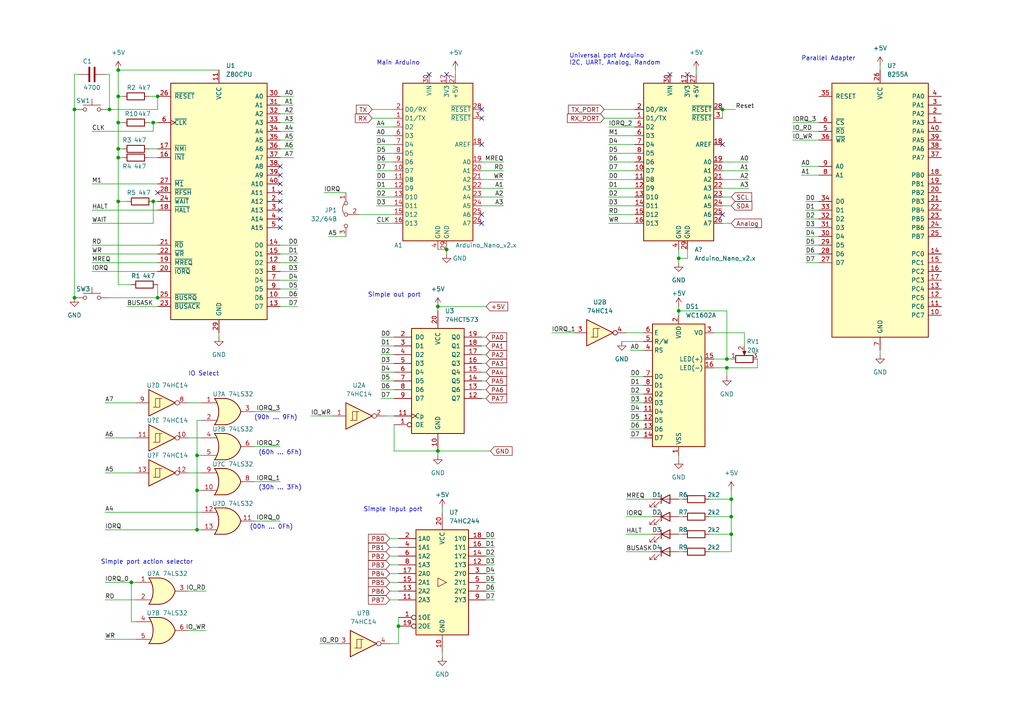
<source format=kicad_sch>
(kicad_sch (version 20211123) (generator eeschema)
  (paper "A4")
  (title_block (title "Z80 Arduino Minimal 32/64 B"))
  (lib_symbols
    (symbol "74xx:74HC14" (pin_names (offset 1.016))
      (property "Reference" "U" (at 0 1.27 0))
      (property "Value" "74HC14" (at 0 -1.27 0))
      (symbol "74HC14_1_0"
        (pin input line (at -7.62 0 0) (length 3.81) (name "~") (number "1"))
        (pin output inverted (at 7.62 0 180) (length 3.81) (name "~") (number "2"))
      )
      (symbol "74HC14_2_0"
        (pin input line (at -7.62 0 0) (length 3.81) (name "~") (number "3"))
        (pin output inverted (at 7.62 0 180) (length 3.81) (name "~") (number "4"))
      )
      (symbol "74HC14_3_0"
        (pin input line (at -7.62 0 0) (length 3.81) (name "~") (number "5"))
        (pin output inverted (at 7.62 0 180) (length 3.81) (name "~") (number "6"))
      )
      (symbol "74HC14_4_0"
        (pin output inverted (at 7.62 0 180) (length 3.81) (name "~") (number "8"))
        (pin input line (at -7.62 0 0) (length 3.81) (name "~") (number "9"))
      )
      (symbol "74HC14_5_0"
        (pin output inverted (at 7.62 0 180) (length 3.81) (name "~") (number "10"))
        (pin input line (at -7.62 0 0) (length 3.81) (name "~") (number "11"))
      )
      (symbol "74HC14_6_0"
        (pin output inverted (at 7.62 0 180) (length 3.81) (name "~") (number "12"))
        (pin input line (at -7.62 0 0) (length 3.81) (name "~") (number "13"))
      )
      (symbol "74HC14_7_0"
        (pin power_in line (at 0 12.7 270) (length 5.08) (name "VCC") (number "14"))
        (pin power_in line (at 0 -12.7 90) (length 5.08) (name "GND") (number "7"))
      )
    )
    (symbol "74xx:74HC244"
      (property "Reference" "U" (at -7.62 16.51 0))
      (property "Value" "74HC244" (at -7.62 -16.51 0))
      (symbol "74HC244_1_0"
        (pin input inverted (at -12.7 -10.16 0) (length 5.08) (name "1OE") (number "1"))
        (pin power_in line (at 0 -20.32 90) (length 5.08) (name "GND") (number "10"))
        (pin input line (at -12.7 -5.08 0) (length 5.08) (name "2A3") (number "11"))
        (pin tri_state line (at 12.7 5.08 180) (length 5.08) (name "1Y3") (number "12"))
        (pin input line (at -12.7 -2.54 0) (length 5.08) (name "2A2") (number "13"))
        (pin tri_state line (at 12.7 7.62 180) (length 5.08) (name "1Y2") (number "14"))
        (pin input line (at -12.7 0 0) (length 5.08) (name "2A1") (number "15"))
        (pin tri_state line (at 12.7 10.16 180) (length 5.08) (name "1Y1") (number "16"))
        (pin input line (at -12.7 2.54 0) (length 5.08) (name "2A0") (number "17"))
        (pin tri_state line (at 12.7 12.7 180) (length 5.08) (name "1Y0") (number "18"))
        (pin input inverted (at -12.7 -12.7 0) (length 5.08) (name "2OE") (number "19"))
        (pin input line (at -12.7 12.7 0) (length 5.08) (name "1A0") (number "2"))
        (pin power_in line (at 0 20.32 270) (length 5.08) (name "VCC") (number "20"))
        (pin tri_state line (at 12.7 2.54 180) (length 5.08) (name "2Y0") (number "3"))
        (pin input line (at -12.7 10.16 0) (length 5.08) (name "1A1") (number "4"))
        (pin tri_state line (at 12.7 0 180) (length 5.08) (name "2Y1") (number "5"))
        (pin input line (at -12.7 7.62 0) (length 5.08) (name "1A2") (number "6"))
        (pin tri_state line (at 12.7 -2.54 180) (length 5.08) (name "2Y2") (number "7"))
        (pin input line (at -12.7 5.08 0) (length 5.08) (name "1A3") (number "8"))
        (pin tri_state line (at 12.7 -5.08 180) (length 5.08) (name "2Y3") (number "9"))
      )
    )
    (symbol "74xx:74HCT574" (pin_names (offset 1.016))
      (property "Reference" "U" (at -7.62 16.51 0))
      (property "Value" "74HCT574" (at -7.62 -16.51 0))
      (symbol "74HCT574_1_0"
        (pin input inverted (at -12.7 -12.7 0) (length 5.08) (name "OE") (number "1"))
        (pin power_in line (at 0 -20.32 90) (length 5.08) (name "GND") (number "10"))
        (pin input clock (at -12.7 -10.16 0) (length 5.08) (name "Cp") (number "11"))
        (pin tri_state line (at 12.7 -5.08 180) (length 5.08) (name "Q7") (number "12"))
        (pin tri_state line (at 12.7 -2.54 180) (length 5.08) (name "Q6") (number "13"))
        (pin tri_state line (at 12.7 0 180) (length 5.08) (name "Q5") (number "14"))
        (pin tri_state line (at 12.7 2.54 180) (length 5.08) (name "Q4") (number "15"))
        (pin tri_state line (at 12.7 5.08 180) (length 5.08) (name "Q3") (number "16"))
        (pin tri_state line (at 12.7 7.62 180) (length 5.08) (name "Q2") (number "17"))
        (pin tri_state line (at 12.7 10.16 180) (length 5.08) (name "Q1") (number "18"))
        (pin tri_state line (at 12.7 12.7 180) (length 5.08) (name "Q0") (number "19"))
        (pin input line (at -12.7 12.7 0) (length 5.08) (name "D0") (number "2"))
        (pin power_in line (at 0 20.32 270) (length 5.08) (name "VCC") (number "20"))
        (pin input line (at -12.7 10.16 0) (length 5.08) (name "D1") (number "3"))
        (pin input line (at -12.7 7.62 0) (length 5.08) (name "D2") (number "4"))
        (pin input line (at -12.7 5.08 0) (length 5.08) (name "D3") (number "5"))
        (pin input line (at -12.7 2.54 0) (length 5.08) (name "D4") (number "6"))
        (pin input line (at -12.7 0 0) (length 5.08) (name "D5") (number "7"))
        (pin input line (at -12.7 -2.54 0) (length 5.08) (name "D6") (number "8"))
        (pin input line (at -12.7 -5.08 0) (length 5.08) (name "D7") (number "9"))
      )
    )
    (symbol "74xx:74LS32" (pin_names (offset 1.016))
      (property "Reference" "U" (at 0 1.27 0))
      (property "Value" "74LS32" (at 0 -1.27 0))
      (symbol "74LS32_1_1"
        (pin input line (at -7.62 2.54 0) (length 4.318) (name "~") (number "1"))
        (pin input line (at -7.62 -2.54 0) (length 4.318) (name "~") (number "2"))
        (pin output line (at 7.62 0 180) (length 3.81) (name "~") (number "3"))
      )
      (symbol "74LS32_1_2"
        (pin input inverted (at -7.62 2.54 0) (length 3.81) (name "~") (number "1"))
        (pin input inverted (at -7.62 -2.54 0) (length 3.81) (name "~") (number "2"))
        (pin output inverted (at 7.62 0 180) (length 3.81) (name "~") (number "3"))
      )
      (symbol "74LS32_2_1"
        (pin input line (at -7.62 2.54 0) (length 4.318) (name "~") (number "4"))
        (pin input line (at -7.62 -2.54 0) (length 4.318) (name "~") (number "5"))
        (pin output line (at 7.62 0 180) (length 3.81) (name "~") (number "6"))
      )
      (symbol "74LS32_2_2"
        (pin input inverted (at -7.62 2.54 0) (length 3.81) (name "~") (number "4"))
        (pin input inverted (at -7.62 -2.54 0) (length 3.81) (name "~") (number "5"))
        (pin output inverted (at 7.62 0 180) (length 3.81) (name "~") (number "6"))
      )
      (symbol "74LS32_3_1"
        (pin input line (at -7.62 -2.54 0) (length 4.318) (name "~") (number "10"))
        (pin output line (at 7.62 0 180) (length 3.81) (name "~") (number "8"))
        (pin input line (at -7.62 2.54 0) (length 4.318) (name "~") (number "9"))
      )
      (symbol "74LS32_3_2"
        (pin input inverted (at -7.62 -2.54 0) (length 3.81) (name "~") (number "10"))
        (pin output inverted (at 7.62 0 180) (length 3.81) (name "~") (number "8"))
        (pin input inverted (at -7.62 2.54 0) (length 3.81) (name "~") (number "9"))
      )
      (symbol "74LS32_4_1"
        (pin output line (at 7.62 0 180) (length 3.81) (name "~") (number "11"))
        (pin input line (at -7.62 2.54 0) (length 4.318) (name "~") (number "12"))
        (pin input line (at -7.62 -2.54 0) (length 4.318) (name "~") (number "13"))
      )
      (symbol "74LS32_4_2"
        (pin output inverted (at 7.62 0 180) (length 3.81) (name "~") (number "11"))
        (pin input inverted (at -7.62 2.54 0) (length 3.81) (name "~") (number "12"))
        (pin input inverted (at -7.62 -2.54 0) (length 3.81) (name "~") (number "13"))
      )
      (symbol "74LS32_5_0"
        (pin power_in line (at 0 12.7 270) (length 5.08) (name "VCC") (number "14"))
        (pin power_in line (at 0 -12.7 90) (length 5.08) (name "GND") (number "7"))
      )
    )
    (symbol "CPU:Z80CPU" (pin_names (offset 1.016))
      (property "Reference" "U" (at -13.97 35.56 0))
      (property "Value" "Z80CPU" (at 6.35 35.56 0))
      (symbol "Z80CPU_1_1"
        (pin output line (at 17.78 2.54 180) (length 3.81) (name "A11") (number "1"))
        (pin bidirectional line (at 17.78 -27.94 180) (length 3.81) (name "D6") (number "10"))
        (pin power_in line (at 0 38.1 270) (length 3.81) (name "VCC") (number "11"))
        (pin bidirectional line (at 17.78 -17.78 180) (length 3.81) (name "D2") (number "12"))
        (pin bidirectional line (at 17.78 -30.48 180) (length 3.81) (name "D7") (number "13"))
        (pin bidirectional line (at 17.78 -12.7 180) (length 3.81) (name "D0") (number "14"))
        (pin bidirectional line (at 17.78 -15.24 180) (length 3.81) (name "D1") (number "15"))
        (pin input line (at -17.78 12.7 0) (length 3.81) (name "~{INT}") (number "16"))
        (pin input line (at -17.78 15.24 0) (length 3.81) (name "~{NMI}") (number "17"))
        (pin output line (at -17.78 -2.54 0) (length 3.81) (name "~{HALT}") (number "18"))
        (pin output line (at -17.78 -17.78 0) (length 3.81) (name "~{MREQ}") (number "19"))
        (pin output line (at 17.78 0 180) (length 3.81) (name "A12") (number "2"))
        (pin output line (at -17.78 -20.32 0) (length 3.81) (name "~{IORQ}") (number "20"))
        (pin output line (at -17.78 -12.7 0) (length 3.81) (name "~{RD}") (number "21"))
        (pin output line (at -17.78 -15.24 0) (length 3.81) (name "~{WR}") (number "22"))
        (pin output line (at -17.78 -30.48 0) (length 3.81) (name "~{BUSACK}") (number "23"))
        (pin input line (at -17.78 0 0) (length 3.81) (name "~{WAIT}") (number "24"))
        (pin input line (at -17.78 -27.94 0) (length 3.81) (name "~{BUSRQ}") (number "25"))
        (pin input line (at -17.78 30.48 0) (length 3.81) (name "~{RESET}") (number "26"))
        (pin output line (at -17.78 5.08 0) (length 3.81) (name "~{M1}") (number "27"))
        (pin output line (at -17.78 2.54 0) (length 3.81) (name "~{RFSH}") (number "28"))
        (pin power_in line (at 0 -38.1 90) (length 3.81) (name "GND") (number "29"))
        (pin output line (at 17.78 -2.54 180) (length 3.81) (name "A13") (number "3"))
        (pin output line (at 17.78 30.48 180) (length 3.81) (name "A0") (number "30"))
        (pin output line (at 17.78 27.94 180) (length 3.81) (name "A1") (number "31"))
        (pin output line (at 17.78 25.4 180) (length 3.81) (name "A2") (number "32"))
        (pin output line (at 17.78 22.86 180) (length 3.81) (name "A3") (number "33"))
        (pin output line (at 17.78 20.32 180) (length 3.81) (name "A4") (number "34"))
        (pin output line (at 17.78 17.78 180) (length 3.81) (name "A5") (number "35"))
        (pin output line (at 17.78 15.24 180) (length 3.81) (name "A6") (number "36"))
        (pin output line (at 17.78 12.7 180) (length 3.81) (name "A7") (number "37"))
        (pin output line (at 17.78 10.16 180) (length 3.81) (name "A8") (number "38"))
        (pin output line (at 17.78 7.62 180) (length 3.81) (name "A9") (number "39"))
        (pin output line (at 17.78 -5.08 180) (length 3.81) (name "A14") (number "4"))
        (pin output line (at 17.78 5.08 180) (length 3.81) (name "A10") (number "40"))
        (pin output line (at 17.78 -7.62 180) (length 3.81) (name "A15") (number "5"))
        (pin input clock (at -17.78 22.86 0) (length 3.81) (name "~{CLK}") (number "6"))
        (pin bidirectional line (at 17.78 -22.86 180) (length 3.81) (name "D4") (number "7"))
        (pin bidirectional line (at 17.78 -20.32 180) (length 3.81) (name "D3") (number "8"))
        (pin bidirectional line (at 17.78 -25.4 180) (length 3.81) (name "D5") (number "9"))
      )
    )
    (symbol "Device:C" (pin_numbers hide) (pin_names (offset 0.254))
      (property "Reference" "C" (at 0.635 2.54 0))
      (property "Value" "C" (at 0.635 -2.54 0))
      (symbol "C_1_1"
        (pin passive line (at 0 3.81 270) (length 2.794) (name "~") (number "1"))
        (pin passive line (at 0 -3.81 90) (length 2.794) (name "~") (number "2"))
      )
    )
    (symbol "Device:LED" (pin_numbers hide) (pin_names (offset 1.016) hide)
      (property "Reference" "D" (at 0 2.54 0))
      (property "Value" "LED" (at 0 -2.54 0))
      (symbol "LED_1_1"
        (pin passive line (at -3.81 0 0) (length 2.54) (name "K") (number "1"))
        (pin passive line (at 3.81 0 180) (length 2.54) (name "A") (number "2"))
      )
    )
    (symbol "Device:R" (pin_numbers hide) (pin_names (offset 0))
      (property "Reference" "R" (at 2.032 0 90))
      (property "Value" "R" (at 0 0 90))
      (symbol "R_1_1"
        (pin passive line (at 0 3.81 270) (length 1.27) (name "~") (number "1"))
        (pin passive line (at 0 -3.81 90) (length 1.27) (name "~") (number "2"))
      )
    )
    (symbol "Device:R_Potentiometer" (pin_names (offset 1.016) hide)
      (property "Reference" "RV" (at -4.445 0 90))
      (property "Value" "R_Potentiometer" (at -2.54 0 90))
      (symbol "R_Potentiometer_1_1"
        (pin passive line (at 0 3.81 270) (length 1.27) (name "1") (number "1"))
        (pin passive line (at 3.81 0 180) (length 1.27) (name "2") (number "2"))
        (pin passive line (at 0 -3.81 90) (length 1.27) (name "3") (number "3"))
      )
    )
    (symbol "Display_Character:WC1602A"
      (property "Reference" "DS" (at -5.842 19.05 0))
      (property "Value" "WC1602A" (at 5.334 19.05 0))
      (symbol "WC1602A_1_1"
        (pin power_in line (at 0 -20.32 90) (length 2.54) (name "VSS") (number "1"))
        (pin input line (at -10.16 -5.08 0) (length 2.54) (name "D3") (number "10"))
        (pin input line (at -10.16 -7.62 0) (length 2.54) (name "D4") (number "11"))
        (pin input line (at -10.16 -10.16 0) (length 2.54) (name "D5") (number "12"))
        (pin input line (at -10.16 -12.7 0) (length 2.54) (name "D6") (number "13"))
        (pin input line (at -10.16 -15.24 0) (length 2.54) (name "D7") (number "14"))
        (pin power_in line (at 10.16 7.62 180) (length 2.54) (name "LED(+)") (number "15"))
        (pin power_in line (at 10.16 5.08 180) (length 2.54) (name "LED(-)") (number "16"))
        (pin power_in line (at 0 20.32 270) (length 2.54) (name "VDD") (number "2"))
        (pin input line (at 10.16 15.24 180) (length 2.54) (name "VO") (number "3"))
        (pin input line (at -10.16 10.16 0) (length 2.54) (name "RS") (number "4"))
        (pin input line (at -10.16 12.7 0) (length 2.54) (name "R/W") (number "5"))
        (pin input line (at -10.16 15.24 0) (length 2.54) (name "E") (number "6"))
        (pin input line (at -10.16 2.54 0) (length 2.54) (name "D0") (number "7"))
        (pin input line (at -10.16 0 0) (length 2.54) (name "D1") (number "8"))
        (pin input line (at -10.16 -2.54 0) (length 2.54) (name "D2") (number "9"))
      )
    )
    (symbol "Interface:8255A" (pin_names (offset 1.016))
      (property "Reference" "U" (at -13.97 38.1 0))
      (property "Value" "8255A" (at 8.89 38.1 0))
      (symbol "8255A_1_1"
        (pin bidirectional line (at 17.78 25.4 180) (length 3.81) (name "PA3") (number "1"))
        (pin bidirectional line (at 17.78 -30.48 180) (length 3.81) (name "PC7") (number "10"))
        (pin bidirectional line (at 17.78 -27.94 180) (length 3.81) (name "PC6") (number "11"))
        (pin bidirectional line (at 17.78 -25.4 180) (length 3.81) (name "PC5") (number "12"))
        (pin bidirectional line (at 17.78 -22.86 180) (length 3.81) (name "PC4") (number "13"))
        (pin bidirectional line (at 17.78 -12.7 180) (length 3.81) (name "PC0") (number "14"))
        (pin bidirectional line (at 17.78 -15.24 180) (length 3.81) (name "PC1") (number "15"))
        (pin bidirectional line (at 17.78 -17.78 180) (length 3.81) (name "PC2") (number "16"))
        (pin bidirectional line (at 17.78 -20.32 180) (length 3.81) (name "PC3") (number "17"))
        (pin bidirectional line (at 17.78 10.16 180) (length 3.81) (name "PB0") (number "18"))
        (pin bidirectional line (at 17.78 7.62 180) (length 3.81) (name "PB1") (number "19"))
        (pin bidirectional line (at 17.78 27.94 180) (length 3.81) (name "PA2") (number "2"))
        (pin bidirectional line (at 17.78 5.08 180) (length 3.81) (name "PB2") (number "20"))
        (pin bidirectional line (at 17.78 2.54 180) (length 3.81) (name "PB3") (number "21"))
        (pin bidirectional line (at 17.78 0 180) (length 3.81) (name "PB4") (number "22"))
        (pin bidirectional line (at 17.78 -2.54 180) (length 3.81) (name "PB5") (number "23"))
        (pin bidirectional line (at 17.78 -5.08 180) (length 3.81) (name "PB6") (number "24"))
        (pin bidirectional line (at 17.78 -7.62 180) (length 3.81) (name "PB7") (number "25"))
        (pin power_in line (at 0 40.64 270) (length 3.81) (name "VCC") (number "26"))
        (pin bidirectional line (at -17.78 -15.24 0) (length 3.81) (name "D7") (number "27"))
        (pin bidirectional line (at -17.78 -12.7 0) (length 3.81) (name "D6") (number "28"))
        (pin bidirectional line (at -17.78 -10.16 0) (length 3.81) (name "D5") (number "29"))
        (pin bidirectional line (at 17.78 30.48 180) (length 3.81) (name "PA1") (number "3"))
        (pin bidirectional line (at -17.78 -7.62 0) (length 3.81) (name "D4") (number "30"))
        (pin bidirectional line (at -17.78 -5.08 0) (length 3.81) (name "D3") (number "31"))
        (pin bidirectional line (at -17.78 -2.54 0) (length 3.81) (name "D2") (number "32"))
        (pin bidirectional line (at -17.78 0 0) (length 3.81) (name "D1") (number "33"))
        (pin bidirectional line (at -17.78 2.54 0) (length 3.81) (name "D0") (number "34"))
        (pin input line (at -17.78 33.02 0) (length 3.81) (name "RESET") (number "35"))
        (pin input line (at -17.78 20.32 0) (length 3.81) (name "~{WR}") (number "36"))
        (pin bidirectional line (at 17.78 15.24 180) (length 3.81) (name "PA7") (number "37"))
        (pin bidirectional line (at 17.78 17.78 180) (length 3.81) (name "PA6") (number "38"))
        (pin bidirectional line (at 17.78 20.32 180) (length 3.81) (name "PA5") (number "39"))
        (pin bidirectional line (at 17.78 33.02 180) (length 3.81) (name "PA0") (number "4"))
        (pin bidirectional line (at 17.78 22.86 180) (length 3.81) (name "PA4") (number "40"))
        (pin input line (at -17.78 22.86 0) (length 3.81) (name "~{RD}") (number "5"))
        (pin input line (at -17.78 25.4 0) (length 3.81) (name "~{CS}") (number "6"))
        (pin power_in line (at 0 -40.64 90) (length 3.81) (name "GND") (number "7"))
        (pin input line (at -17.78 10.16 0) (length 3.81) (name "A1") (number "8"))
        (pin input line (at -17.78 12.7 0) (length 3.81) (name "A0") (number "9"))
      )
    )
    (symbol "Jumper:Jumper_3_Bridged12" (pin_names (offset 0) hide)
      (property "Reference" "JP" (at -2.54 -2.54 0))
      (property "Value" "Jumper_3_Bridged12" (at 0 2.794 0))
      (symbol "Jumper_3_Bridged12_1_1"
        (pin passive line (at -6.35 0 0) (length 2.54) (name "A") (number "1"))
        (pin passive line (at 0 -3.81 90) (length 2.54) (name "C") (number "2"))
        (pin passive line (at 6.35 0 180) (length 2.54) (name "B") (number "3"))
      )
    )
    (symbol "MCU_Module:Arduino_Nano_v2.x"
      (property "Reference" "A" (at -10.16 23.495 0))
      (property "Value" "Arduino_Nano_v2.x" (at 5.08 -24.13 0))
      (symbol "Arduino_Nano_v2.x_1_1"
        (pin bidirectional line (at -12.7 12.7 0) (length 2.54) (name "D1/TX") (number "1"))
        (pin bidirectional line (at -12.7 -2.54 0) (length 2.54) (name "D7") (number "10"))
        (pin bidirectional line (at -12.7 -5.08 0) (length 2.54) (name "D8") (number "11"))
        (pin bidirectional line (at -12.7 -7.62 0) (length 2.54) (name "D9") (number "12"))
        (pin bidirectional line (at -12.7 -10.16 0) (length 2.54) (name "D10") (number "13"))
        (pin bidirectional line (at -12.7 -12.7 0) (length 2.54) (name "D11") (number "14"))
        (pin bidirectional line (at -12.7 -15.24 0) (length 2.54) (name "D12") (number "15"))
        (pin bidirectional line (at -12.7 -17.78 0) (length 2.54) (name "D13") (number "16"))
        (pin power_out line (at 2.54 25.4 270) (length 2.54) (name "3V3") (number "17"))
        (pin input line (at 12.7 5.08 180) (length 2.54) (name "AREF") (number "18"))
        (pin bidirectional line (at 12.7 0 180) (length 2.54) (name "A0") (number "19"))
        (pin bidirectional line (at -12.7 15.24 0) (length 2.54) (name "D0/RX") (number "2"))
        (pin bidirectional line (at 12.7 -2.54 180) (length 2.54) (name "A1") (number "20"))
        (pin bidirectional line (at 12.7 -5.08 180) (length 2.54) (name "A2") (number "21"))
        (pin bidirectional line (at 12.7 -7.62 180) (length 2.54) (name "A3") (number "22"))
        (pin bidirectional line (at 12.7 -10.16 180) (length 2.54) (name "A4") (number "23"))
        (pin bidirectional line (at 12.7 -12.7 180) (length 2.54) (name "A5") (number "24"))
        (pin bidirectional line (at 12.7 -15.24 180) (length 2.54) (name "A6") (number "25"))
        (pin bidirectional line (at 12.7 -17.78 180) (length 2.54) (name "A7") (number "26"))
        (pin power_out line (at 5.08 25.4 270) (length 2.54) (name "+5V") (number "27"))
        (pin input line (at 12.7 15.24 180) (length 2.54) (name "~{RESET}") (number "28"))
        (pin power_in line (at 2.54 -25.4 90) (length 2.54) (name "GND") (number "29"))
        (pin input line (at 12.7 12.7 180) (length 2.54) (name "~{RESET}") (number "3"))
        (pin power_in line (at -2.54 25.4 270) (length 2.54) (name "VIN") (number "30"))
        (pin power_in line (at 0 -25.4 90) (length 2.54) (name "GND") (number "4"))
        (pin bidirectional line (at -12.7 10.16 0) (length 2.54) (name "D2") (number "5"))
        (pin bidirectional line (at -12.7 7.62 0) (length 2.54) (name "D3") (number "6"))
        (pin bidirectional line (at -12.7 5.08 0) (length 2.54) (name "D4") (number "7"))
        (pin bidirectional line (at -12.7 2.54 0) (length 2.54) (name "D5") (number "8"))
        (pin bidirectional line (at -12.7 0 0) (length 2.54) (name "D6") (number "9"))
      )
    )
    (symbol "Switch:SW_Push" (pin_numbers hide) (pin_names (offset 1.016) hide)
      (property "Reference" "SW" (at 1.27 2.54 0))
      (property "Value" "SW_Push" (at 0 -1.524 0))
      (symbol "SW_Push_0_1"
        (pin passive line (at -5.08 0 0) (length 2.54) (name "1") (number "1"))
        (pin passive line (at 5.08 0 180) (length 2.54) (name "2") (number "2"))
      )
    )
    (symbol "power:+5V" (power) (pin_names (offset 0))
      (property "Value" "+5V" (at 0 3.556 0))
      (symbol "+5V_1_1"
        (pin power_in line (at 0 0 90) (length 0) hide (name "+5V") (number "1"))
      )
    )
    (symbol "power:GND" (power) (pin_names (offset 0))
      (property "Value" "GND" (at 0 -3.81 0))
      (symbol "GND_1_1"
        (pin power_in line (at 0 0 270) (length 0) hide (name "GND") (number "1"))
      )
    )
  )
  (junction (at 57.15 132.08))
  (junction (at 212.09 149.86))
  (junction (at 34.29 58.42))
  (junction (at 212.09 144.78))
  (junction (at 45.72 86.36))
  (junction (at 209.55 31.75))
  (junction (at 115.57 181.61))
  (junction (at 196.85 90.17))
  (junction (at 210.82 104.14))
  (junction (at 127 130.81))
  (junction (at 21.59 31.75))
  (junction (at 44.45 58.42))
  (junction (at 31.75 31.75))
  (junction (at 210.82 106.68))
  (junction (at 21.59 86.36))
  (junction (at 127 88.9))
  (junction (at 45.72 27.94))
  (junction (at 34.29 43.18))
  (junction (at 196.85 74.93))
  (junction (at 57.15 142.24))
  (junction (at 34.29 45.72))
  (junction (at 129.54 72.39))
  (junction (at 34.29 35.56))
  (junction (at 34.29 20.32))
  (junction (at 44.45 35.56))
  (junction (at 34.29 27.94))
  (junction (at 212.09 154.94))
  (junction (at 38.1 168.91))
  (junction (at 57.15 153.67))
  (no_connect (at 209.55 41.91))
  (no_connect (at 199.39 21.59))
  (no_connect (at 194.31 21.59))
  (no_connect (at 124.46 21.59))
  (no_connect (at 129.54 21.59))
  (no_connect (at 139.7 41.91))
  (no_connect (at 209.55 62.23))
  (no_connect (at 139.7 62.23))
  (no_connect (at 139.7 31.75))
  (no_connect (at 139.7 34.29))
  (no_connect (at 139.7 64.77))
  (no_connect (at 81.28 48.26))
  (no_connect (at 81.28 50.8))
  (no_connect (at 45.72 55.88))
  (no_connect (at 81.28 55.88))
  (no_connect (at 81.28 58.42))
  (no_connect (at 81.28 60.96))
  (no_connect (at 81.28 63.5))
  (no_connect (at 81.28 66.04))
  (no_connect (at 81.28 53.34))
  (wire (pts (xy 233.68 76.2) (xy 237.49 76.2)))
  (wire (pts (xy 212.09 160.02) (xy 205.74 160.02)))
  (wire (pts (xy 176.53 64.77) (xy 184.15 64.77)))
  (wire (pts (xy 132.08 20.32) (xy 132.08 21.59)))
  (wire (pts (xy 140.97 163.83) (xy 143.51 163.83)))
  (wire (pts (xy 196.85 74.93) (xy 196.85 76.2)))
  (wire (pts (xy 30.48 185.42) (xy 39.37 185.42)))
  (wire (pts (xy 81.28 86.36) (xy 86.36 86.36)))
  (wire (pts (xy 58.42 121.92) (xy 57.15 121.92)))
  (wire (pts (xy 57.15 153.67) (xy 58.42 153.67)))
  (wire (pts (xy 139.7 49.53) (xy 146.05 49.53)))
  (wire (pts (xy 26.67 60.96) (xy 45.72 60.96)))
  (wire (pts (xy 54.61 182.88) (xy 59.69 182.88)))
  (wire (pts (xy 139.7 46.99) (xy 146.05 46.99)))
  (wire (pts (xy 140.97 156.21) (xy 143.51 156.21)))
  (wire (pts (xy 57.15 142.24) (xy 57.15 153.67)))
  (wire (pts (xy 26.67 73.66) (xy 45.72 73.66)))
  (wire (pts (xy 199.39 72.39) (xy 199.39 74.93)))
  (wire (pts (xy 109.22 41.91) (xy 114.3 41.91)))
  (wire (pts (xy 54.61 137.16) (xy 58.42 137.16)))
  (wire (pts (xy 139.7 54.61) (xy 146.05 54.61)))
  (wire (pts (xy 180.34 99.06) (xy 186.69 99.06)))
  (wire (pts (xy 36.83 58.42) (xy 34.29 58.42)))
  (wire (pts (xy 73.66 129.54) (xy 81.28 129.54)))
  (wire (pts (xy 107.95 31.75) (xy 114.3 31.75)))
  (wire (pts (xy 31.75 86.36) (xy 45.72 86.36)))
  (wire (pts (xy 44.45 58.42) (xy 45.72 58.42)))
  (wire (pts (xy 175.26 31.75) (xy 184.15 31.75)))
  (wire (pts (xy 109.22 59.69) (xy 114.3 59.69)))
  (wire (pts (xy 115.57 181.61) (xy 115.57 186.69)))
  (wire (pts (xy 104.14 62.23) (xy 114.3 62.23)))
  (wire (pts (xy 34.29 43.18) (xy 34.29 35.56)))
  (wire (pts (xy 196.85 149.86) (xy 198.12 149.86)))
  (wire (pts (xy 38.1 180.34) (xy 39.37 180.34)))
  (wire (pts (xy 196.85 72.39) (xy 196.85 74.93)))
  (wire (pts (xy 57.15 142.24) (xy 58.42 142.24)))
  (wire (pts (xy 35.56 43.18) (xy 34.29 43.18)))
  (wire (pts (xy 36.83 88.9) (xy 45.72 88.9)))
  (wire (pts (xy 233.68 66.04) (xy 237.49 66.04)))
  (wire (pts (xy 34.29 35.56) (xy 34.29 27.94)))
  (wire (pts (xy 26.67 78.74) (xy 45.72 78.74)))
  (wire (pts (xy 233.68 58.42) (xy 237.49 58.42)))
  (wire (pts (xy 110.49 100.33) (xy 114.3 100.33)))
  (wire (pts (xy 176.53 46.99) (xy 184.15 46.99)))
  (wire (pts (xy 140.97 171.45) (xy 143.51 171.45)))
  (wire (pts (xy 129.54 72.39) (xy 129.54 73.66)))
  (wire (pts (xy 139.7 57.15) (xy 146.05 57.15)))
  (wire (pts (xy 81.28 78.74) (xy 86.36 78.74)))
  (wire (pts (xy 26.67 53.34) (xy 45.72 53.34)))
  (wire (pts (xy 81.28 71.12) (xy 86.36 71.12)))
  (wire (pts (xy 57.15 132.08) (xy 57.15 142.24)))
  (wire (pts (xy 229.87 40.64) (xy 237.49 40.64)))
  (wire (pts (xy 30.48 137.16) (xy 39.37 137.16)))
  (wire (pts (xy 212.09 144.78) (xy 205.74 144.78)))
  (wire (pts (xy 210.82 104.14) (xy 212.09 104.14)))
  (wire (pts (xy 110.49 115.57) (xy 114.3 115.57)))
  (wire (pts (xy 26.67 64.77) (xy 44.45 64.77)))
  (wire (pts (xy 212.09 154.94) (xy 212.09 160.02)))
  (wire (pts (xy 210.82 90.17) (xy 210.82 104.14)))
  (wire (pts (xy 209.55 46.99) (xy 217.17 46.99)))
  (wire (pts (xy 196.85 144.78) (xy 198.12 144.78)))
  (wire (pts (xy 110.49 105.41) (xy 114.3 105.41)))
  (wire (pts (xy 26.67 76.2) (xy 45.72 76.2)))
  (wire (pts (xy 176.53 36.83) (xy 184.15 36.83)))
  (wire (pts (xy 110.49 107.95) (xy 114.3 107.95)))
  (wire (pts (xy 30.48 127) (xy 39.37 127)))
  (wire (pts (xy 38.1 168.91) (xy 38.1 180.34)))
  (wire (pts (xy 139.7 107.95) (xy 140.97 107.95)))
  (wire (pts (xy 43.18 45.72) (xy 45.72 45.72)))
  (wire (pts (xy 205.74 154.94) (xy 212.09 154.94)))
  (wire (pts (xy 115.57 179.07) (xy 115.57 181.61)))
  (wire (pts (xy 140.97 166.37) (xy 143.51 166.37)))
  (wire (pts (xy 139.7 102.87) (xy 140.97 102.87)))
  (wire (pts (xy 210.82 106.68) (xy 210.82 109.22)))
  (wire (pts (xy 35.56 27.94) (xy 34.29 27.94)))
  (wire (pts (xy 30.48 148.59) (xy 58.42 148.59)))
  (wire (pts (xy 209.55 31.75) (xy 213.36 31.75)))
  (wire (pts (xy 110.49 97.79) (xy 114.3 97.79)))
  (wire (pts (xy 113.03 166.37) (xy 115.57 166.37)))
  (wire (pts (xy 196.85 88.9) (xy 196.85 90.17)))
  (wire (pts (xy 207.01 104.14) (xy 210.82 104.14)))
  (wire (pts (xy 212.09 149.86) (xy 212.09 144.78)))
  (wire (pts (xy 109.22 54.61) (xy 114.3 54.61)))
  (wire (pts (xy 73.66 119.38) (xy 81.28 119.38)))
  (wire (pts (xy 34.29 45.72) (xy 34.29 43.18)))
  (wire (pts (xy 140.97 173.99) (xy 143.51 173.99)))
  (wire (pts (xy 34.29 58.42) (xy 34.29 45.72)))
  (wire (pts (xy 182.88 111.76) (xy 186.69 111.76)))
  (wire (pts (xy 176.53 52.07) (xy 184.15 52.07)))
  (wire (pts (xy 219.71 106.68) (xy 219.71 104.14)))
  (wire (pts (xy 81.28 88.9) (xy 86.36 88.9)))
  (wire (pts (xy 196.85 90.17) (xy 210.82 90.17)))
  (wire (pts (xy 160.02 96.52) (xy 166.37 96.52)))
  (wire (pts (xy 63.5 96.52) (xy 63.5 97.79)))
  (wire (pts (xy 93.98 55.88) (xy 100.33 55.88)))
  (wire (pts (xy 109.22 64.77) (xy 114.3 64.77)))
  (wire (pts (xy 181.61 154.94) (xy 189.23 154.94)))
  (wire (pts (xy 209.55 49.53) (xy 217.17 49.53)))
  (wire (pts (xy 81.28 83.82) (xy 86.36 83.82)))
  (wire (pts (xy 81.28 40.64) (xy 85.09 40.64)))
  (wire (pts (xy 95.25 68.58) (xy 100.33 68.58)))
  (wire (pts (xy 81.28 35.56) (xy 85.09 35.56)))
  (wire (pts (xy 139.7 115.57) (xy 140.97 115.57)))
  (wire (pts (xy 43.18 27.94) (xy 45.72 27.94)))
  (wire (pts (xy 233.68 63.5) (xy 237.49 63.5)))
  (wire (pts (xy 81.28 73.66) (xy 86.36 73.66)))
  (wire (pts (xy 109.22 49.53) (xy 114.3 49.53)))
  (wire (pts (xy 182.88 101.6) (xy 186.69 101.6)))
  (wire (pts (xy 109.22 57.15) (xy 114.3 57.15)))
  (wire (pts (xy 210.82 106.68) (xy 219.71 106.68)))
  (wire (pts (xy 209.55 57.15) (xy 212.09 57.15)))
  (wire (pts (xy 140.97 158.75) (xy 143.51 158.75)))
  (wire (pts (xy 232.41 50.8) (xy 237.49 50.8)))
  (wire (pts (xy 35.56 45.72) (xy 34.29 45.72)))
  (wire (pts (xy 127 88.9) (xy 140.97 88.9)))
  (wire (pts (xy 182.88 114.3) (xy 186.69 114.3)))
  (wire (pts (xy 229.87 35.56) (xy 237.49 35.56)))
  (wire (pts (xy 182.88 121.92) (xy 186.69 121.92)))
  (wire (pts (xy 209.55 31.75) (xy 209.55 34.29)))
  (wire (pts (xy 175.26 34.29) (xy 184.15 34.29)))
  (wire (pts (xy 81.28 38.1) (xy 85.09 38.1)))
  (wire (pts (xy 63.5 20.32) (xy 34.29 20.32)))
  (wire (pts (xy 31.75 21.59) (xy 31.75 31.75)))
  (wire (pts (xy 127 72.39) (xy 129.54 72.39)))
  (wire (pts (xy 182.88 119.38) (xy 186.69 119.38)))
  (wire (pts (xy 110.49 113.03) (xy 114.3 113.03)))
  (wire (pts (xy 176.53 57.15) (xy 184.15 57.15)))
  (wire (pts (xy 127 130.81) (xy 142.24 130.81)))
  (wire (pts (xy 113.03 158.75) (xy 115.57 158.75)))
  (wire (pts (xy 139.7 113.03) (xy 140.97 113.03)))
  (wire (pts (xy 140.97 161.29) (xy 143.51 161.29)))
  (wire (pts (xy 128.27 147.32) (xy 128.27 148.59)))
  (wire (pts (xy 54.61 171.45) (xy 59.69 171.45)))
  (wire (pts (xy 34.29 27.94) (xy 34.29 20.32)))
  (wire (pts (xy 57.15 121.92) (xy 57.15 132.08)))
  (wire (pts (xy 73.66 151.13) (xy 81.28 151.13)))
  (wire (pts (xy 140.97 168.91) (xy 143.51 168.91)))
  (wire (pts (xy 176.53 49.53) (xy 184.15 49.53)))
  (wire (pts (xy 139.7 59.69) (xy 146.05 59.69)))
  (wire (pts (xy 43.18 43.18) (xy 45.72 43.18)))
  (wire (pts (xy 73.66 139.7) (xy 81.28 139.7)))
  (wire (pts (xy 176.53 54.61) (xy 184.15 54.61)))
  (wire (pts (xy 45.72 82.55) (xy 45.72 86.36)))
  (wire (pts (xy 128.27 189.23) (xy 128.27 190.5)))
  (wire (pts (xy 181.61 96.52) (xy 186.69 96.52)))
  (wire (pts (xy 229.87 38.1) (xy 237.49 38.1)))
  (wire (pts (xy 255.27 19.05) (xy 255.27 20.32)))
  (wire (pts (xy 205.74 149.86) (xy 212.09 149.86)))
  (wire (pts (xy 201.93 20.32) (xy 201.93 21.59)))
  (wire (pts (xy 54.61 127) (xy 58.42 127)))
  (wire (pts (xy 255.27 101.6) (xy 255.27 102.87)))
  (wire (pts (xy 176.53 59.69) (xy 184.15 59.69)))
  (wire (pts (xy 215.9 96.52) (xy 215.9 100.33)))
  (wire (pts (xy 31.75 31.75) (xy 45.72 31.75)))
  (wire (pts (xy 209.55 54.61) (xy 217.17 54.61)))
  (wire (pts (xy 113.03 173.99) (xy 115.57 173.99)))
  (wire (pts (xy 113.03 186.69) (xy 115.57 186.69)))
  (wire (pts (xy 196.85 154.94) (xy 198.12 154.94)))
  (wire (pts (xy 38.1 168.91) (xy 39.37 168.91)))
  (wire (pts (xy 113.03 161.29) (xy 115.57 161.29)))
  (wire (pts (xy 176.53 62.23) (xy 184.15 62.23)))
  (wire (pts (xy 81.28 76.2) (xy 86.36 76.2)))
  (wire (pts (xy 30.48 21.59) (xy 31.75 21.59)))
  (wire (pts (xy 233.68 71.12) (xy 237.49 71.12)))
  (wire (pts (xy 139.7 110.49) (xy 140.97 110.49)))
  (wire (pts (xy 109.22 36.83) (xy 114.3 36.83)))
  (wire (pts (xy 81.28 81.28) (xy 86.36 81.28)))
  (wire (pts (xy 127 130.81) (xy 127 132.08)))
  (wire (pts (xy 30.48 168.91) (xy 38.1 168.91)))
  (wire (pts (xy 182.88 116.84) (xy 186.69 116.84)))
  (wire (pts (xy 209.55 59.69) (xy 212.09 59.69)))
  (wire (pts (xy 110.49 110.49) (xy 114.3 110.49)))
  (wire (pts (xy 44.45 35.56) (xy 45.72 35.56)))
  (wire (pts (xy 113.03 156.21) (xy 115.57 156.21)))
  (wire (pts (xy 81.28 27.94) (xy 85.09 27.94)))
  (wire (pts (xy 109.22 46.99) (xy 114.3 46.99)))
  (wire (pts (xy 109.22 44.45) (xy 114.3 44.45)))
  (wire (pts (xy 34.29 82.55) (xy 34.29 58.42)))
  (wire (pts (xy 232.41 48.26) (xy 237.49 48.26)))
  (wire (pts (xy 22.86 21.59) (xy 21.59 21.59)))
  (wire (pts (xy 207.01 96.52) (xy 215.9 96.52)))
  (wire (pts (xy 139.7 97.79) (xy 140.97 97.79)))
  (wire (pts (xy 209.55 52.07) (xy 217.17 52.07)))
  (wire (pts (xy 30.48 153.67) (xy 57.15 153.67)))
  (wire (pts (xy 81.28 30.48) (xy 85.09 30.48)))
  (wire (pts (xy 54.61 116.84) (xy 58.42 116.84)))
  (wire (pts (xy 139.7 52.07) (xy 146.05 52.07)))
  (wire (pts (xy 114.3 130.81) (xy 127 130.81)))
  (wire (pts (xy 196.85 90.17) (xy 196.85 91.44)))
  (wire (pts (xy 233.68 68.58) (xy 237.49 68.58)))
  (wire (pts (xy 182.88 124.46) (xy 186.69 124.46)))
  (wire (pts (xy 38.1 82.55) (xy 34.29 82.55)))
  (wire (pts (xy 181.61 160.02) (xy 189.23 160.02)))
  (wire (pts (xy 26.67 38.1) (xy 44.45 38.1)))
  (wire (pts (xy 113.03 168.91) (xy 115.57 168.91)))
  (wire (pts (xy 196.85 132.08) (xy 196.85 133.35)))
  (wire (pts (xy 139.7 100.33) (xy 140.97 100.33)))
  (wire (pts (xy 207.01 106.68) (xy 210.82 106.68)))
  (wire (pts (xy 109.22 52.07) (xy 114.3 52.07)))
  (wire (pts (xy 92.71 186.69) (xy 97.79 186.69)))
  (wire (pts (xy 176.53 39.37) (xy 184.15 39.37)))
  (wire (pts (xy 209.55 64.77) (xy 212.09 64.77)))
  (wire (pts (xy 176.53 41.91) (xy 184.15 41.91)))
  (wire (pts (xy 182.88 109.22) (xy 186.69 109.22)))
  (wire (pts (xy 212.09 142.24) (xy 212.09 144.78)))
  (wire (pts (xy 34.29 35.56) (xy 35.56 35.56)))
  (wire (pts (xy 139.7 105.41) (xy 140.97 105.41)))
  (wire (pts (xy 114.3 123.19) (xy 114.3 130.81)))
  (wire (pts (xy 233.68 73.66) (xy 237.49 73.66)))
  (wire (pts (xy 182.88 127) (xy 186.69 127)))
  (wire (pts (xy 44.45 64.77) (xy 44.45 58.42)))
  (wire (pts (xy 81.28 33.02) (xy 85.09 33.02)))
  (wire (pts (xy 181.61 149.86) (xy 189.23 149.86)))
  (wire (pts (xy 21.59 31.75) (xy 21.59 86.36)))
  (wire (pts (xy 30.48 116.84) (xy 39.37 116.84)))
  (wire (pts (xy 26.67 71.12) (xy 45.72 71.12)))
  (wire (pts (xy 110.49 102.87) (xy 114.3 102.87)))
  (wire (pts (xy 196.85 160.02) (xy 198.12 160.02)))
  (wire (pts (xy 30.48 173.99) (xy 39.37 173.99)))
  (wire (pts (xy 109.22 39.37) (xy 114.3 39.37)))
  (wire (pts (xy 233.68 60.96) (xy 237.49 60.96)))
  (wire (pts (xy 44.45 35.56) (xy 44.45 38.1)))
  (wire (pts (xy 176.53 44.45) (xy 184.15 44.45)))
  (wire (pts (xy 196.85 74.93) (xy 199.39 74.93)))
  (wire (pts (xy 107.95 34.29) (xy 114.3 34.29)))
  (wire (pts (xy 81.28 45.72) (xy 85.09 45.72)))
  (wire (pts (xy 81.28 43.18) (xy 85.09 43.18)))
  (wire (pts (xy 45.72 31.75) (xy 45.72 27.94)))
  (wire (pts (xy 90.17 120.65) (xy 96.52 120.65)))
  (wire (pts (xy 21.59 21.59) (xy 21.59 31.75)))
  (wire (pts (xy 127 88.9) (xy 127 90.17)))
  (wire (pts (xy 181.61 144.78) (xy 189.23 144.78)))
  (wire (pts (xy 113.03 171.45) (xy 115.57 171.45)))
  (wire (pts (xy 113.03 163.83) (xy 115.57 163.83)))
  (wire (pts (xy 57.15 132.08) (xy 58.42 132.08)))
  (wire (pts (xy 212.09 154.94) (xy 212.09 149.86)))
  (wire (pts (xy 111.76 120.65) (xy 114.3 120.65)))
  (wire (pts (xy 43.18 35.56) (xy 44.45 35.56)))
  (text "Simple input port" (at 105.41 148.59 0) (effects (font (size 1.27 1.27)) (justify left bottom)))
  (text "(00h ... 0Fh)" (at 72.39 153.67 0) (effects (font (size 1.27 1.27)) (justify left bottom)))
  (text "(30h ... 3Fh)" (at 74.93 142.24 0) (effects (font (size 1.27 1.27)) (justify left bottom)))
  (text "Universal port Arduino\nI2C, UART, Analog, Random\n" (at 165.1 19.05 0) (effects (font (size 1.27 1.27)) (justify left bottom)))
  (text "Parallel Adapter" (at 232.41 17.78 0) (effects (font (size 1.27 1.27)) (justify left bottom)))
  (text "Simple out port" (at 106.68 86.36 0) (effects (font (size 1.27 1.27)) (justify left bottom)))
  (text "(90h ... 9Fh)" (at 73.66 121.92 0) (effects (font (size 1.27 1.27)) (justify left bottom)))
  (text "Simple port action selector" (at 29.21 163.83 0) (effects (font (size 1.27 1.27)) (justify left bottom)))
  (text "(60h ... 6Fh)" (at 74.93 132.08 0) (effects (font (size 1.27 1.27)) (justify left bottom)))
  (text "IO Select" (at 54.61 109.22 0) (effects (font (size 1.27 1.27)) (justify left bottom)))
  (text "Main Arduino" (at 109.22 19.05 0) (effects (font (size 1.27 1.27)) (justify left bottom)))
  (label "A7" (at 30.48 116.84 0))
  (label "RD" (at 26.67 71.12 0))
  (label "BUSASK" (at 36.83 88.9 0))
  (label "A2" (at 146.05 57.15 180))
  (label "D0" (at 176.53 52.07 0))
  (label "BUSASK" (at 181.61 160.02 0))
  (label "D7" (at 86.36 88.9 180))
  (label "D4" (at 143.51 166.37 180))
  (label "A3" (at 146.05 59.69 180))
  (label "MREQ" (at 146.05 46.99 180))
  (label "M1" (at 176.53 39.37 0))
  (label "D3" (at 110.49 105.41 0))
  (label "D0" (at 182.88 109.22 0))
  (label "D4" (at 176.53 41.91 0))
  (label "D0" (at 233.68 58.42 0))
  (label "Reset" (at 213.36 31.75 0))
  (label "A5" (at 85.09 40.64 180))
  (label "D2" (at 143.51 161.29 180))
  (label "D5" (at 109.22 44.45 0))
  (label "IORQ" (at 30.48 153.67 0))
  (label "D5" (at 233.68 71.12 0))
  (label "IORQ_3" (at 81.28 119.38 180))
  (label "A6" (at 30.48 127 0))
  (label "D6" (at 86.36 86.36 180))
  (label "D4" (at 233.68 68.58 0))
  (label "D4" (at 182.88 119.38 0))
  (label "D1" (at 233.68 60.96 0))
  (label "D7" (at 109.22 49.53 0))
  (label "A4" (at 30.48 148.59 0))
  (label "IO_RD" (at 92.71 186.69 0))
  (label "A3" (at 85.09 35.56 180))
  (label "CLK" (at 26.67 38.1 0))
  (label "IORQ_1" (at 81.28 139.7 180))
  (label "D4" (at 110.49 107.95 0))
  (label "A0" (at 232.41 48.26 0))
  (label "D0" (at 109.22 52.07 0))
  (label "D5" (at 176.53 44.45 0))
  (label "A4" (at 109.22 36.83 0))
  (label "A2" (at 217.17 52.07 180))
  (label "RD" (at 30.48 173.99 0))
  (label "M1" (at 26.67 53.34 0))
  (label "A3" (at 217.17 54.61 180))
  (label "D1" (at 86.36 73.66 180))
  (label "WR" (at 176.53 64.77 0))
  (label "D2" (at 233.68 63.5 0))
  (label "D1" (at 109.22 54.61 0))
  (label "RD" (at 176.53 62.23 0))
  (label "IORQ" (at 93.98 55.88 0))
  (label "IORQ_3" (at 229.87 35.56 0))
  (label "D7" (at 233.68 76.2 0))
  (label "A5" (at 30.48 137.16 0))
  (label "D4" (at 86.36 81.28 180))
  (label "D5" (at 86.36 83.82 180))
  (label "A6" (at 85.09 43.18 180))
  (label "IO_WR" (at 59.69 182.88 180))
  (label "D2" (at 109.22 57.15 0))
  (label "D7" (at 176.53 49.53 0))
  (label "WAIT" (at 26.67 64.77 0))
  (label "RD" (at 146.05 49.53 180))
  (label "A0" (at 85.09 27.94 180))
  (label "D6" (at 233.68 73.66 0))
  (label "D0" (at 86.36 71.12 180))
  (label "HALT" (at 181.61 154.94 0))
  (label "D3" (at 176.53 59.69 0))
  (label "A1" (at 85.09 30.48 180))
  (label "D1" (at 143.51 158.75 180))
  (label "D6" (at 182.88 124.46 0))
  (label "D5" (at 143.51 168.91 180))
  (label "IORQ_2" (at 176.53 36.83 0))
  (label "D3" (at 182.88 116.84 0))
  (label "D2" (at 86.36 76.2 180))
  (label "D1" (at 176.53 54.61 0))
  (label "D5" (at 182.88 121.92 0))
  (label "D7" (at 110.49 115.57 0))
  (label "D7" (at 143.51 173.99 180))
  (label "IORQ" (at 26.67 78.74 0))
  (label "WR" (at 26.67 73.66 0))
  (label "D0" (at 110.49 97.79 0))
  (label "D1" (at 110.49 100.33 0))
  (label "D6" (at 176.53 46.99 0))
  (label "D6" (at 109.22 46.99 0))
  (label "A5" (at 95.25 68.58 0))
  (label "IO_RD" (at 59.69 171.45 180))
  (label "D2" (at 176.53 57.15 0))
  (label "A1" (at 217.17 49.53 180))
  (label "D4" (at 109.22 41.91 0))
  (label "D7" (at 182.88 127 0))
  (label "D3" (at 143.51 163.83 180))
  (label "D6" (at 143.51 171.45 180))
  (label "D6" (at 110.49 113.03 0))
  (label "A1" (at 232.41 50.8 0))
  (label "IORQ_0" (at 81.28 151.13 180))
  (label "A7" (at 85.09 45.72 180))
  (label "D3" (at 233.68 66.04 0))
  (label "IORQ" (at 181.61 149.86 0))
  (label "A4" (at 85.09 38.1 180))
  (label "IORQ_0" (at 30.48 168.91 0))
  (label "D3" (at 109.22 59.69 0))
  (label "IO_RD" (at 229.87 38.1 0))
  (label "D1" (at 182.88 111.76 0))
  (label "D3" (at 86.36 78.74 180))
  (label "IORQ_1" (at 160.02 96.52 0))
  (label "IO_WR" (at 90.17 120.65 0))
  (label "MREQ" (at 181.61 144.78 0))
  (label "D5" (at 110.49 110.49 0))
  (label "IO_WR" (at 229.87 40.64 0))
  (label "CLK" (at 109.22 64.77 0))
  (label "HALT" (at 26.67 60.96 0))
  (label "A0" (at 182.88 101.6 0))
  (label "D0" (at 143.51 156.21 180))
  (label "A1" (at 146.05 54.61 180))
  (label "MREQ" (at 26.67 76.2 0))
  (label "A0" (at 109.22 39.37 0))
  (label "A2" (at 85.09 33.02 180))
  (label "WR" (at 30.48 185.42 0))
  (label "A0" (at 217.17 46.99 180))
  (label "WR" (at 146.05 52.07 180))
  (label "D2" (at 182.88 114.3 0))
  (label "D2" (at 110.49 102.87 0))
  (label "IORQ_2" (at 81.28 129.54 180))
  (global_label "PB5" (shape input) (at 113.03 168.91 180) (property "Intersheet References" "${INTERSHEET_REFS}" (effects hide)))
  (global_label "PB3" (shape input) (at 113.03 163.83 180) (property "Intersheet References" "${INTERSHEET_REFS}" (effects hide)))
  (global_label "PA3" (shape input) (at 140.97 105.41 0) (property "Intersheet References" "${INTERSHEET_REFS}" (effects hide)))
  (global_label "+5V" (shape input) (at 140.97 88.9 0) (property "Intersheet References" "${INTERSHEET_REFS}" (effects hide)))
  (global_label "PA0" (shape input) (at 140.97 97.79 0) (property "Intersheet References" "${INTERSHEET_REFS}" (effects hide)))
  (global_label "PA4" (shape input) (at 140.97 107.95 0) (property "Intersheet References" "${INTERSHEET_REFS}" (effects hide)))
  (global_label "PA6" (shape input) (at 140.97 113.03 0) (property "Intersheet References" "${INTERSHEET_REFS}" (effects hide)))
  (global_label "PA5" (shape input) (at 140.97 110.49 0) (property "Intersheet References" "${INTERSHEET_REFS}" (effects hide)))
  (global_label "GND" (shape input) (at 142.24 130.81 0) (property "Intersheet References" "${INTERSHEET_REFS}" (effects hide)))
  (global_label "SDA" (shape input) (at 212.09 59.69 0) (property "Intersheet References" "${INTERSHEET_REFS}" (effects hide)))
  (global_label "PA7" (shape input) (at 140.97 115.57 0) (property "Intersheet References" "${INTERSHEET_REFS}" (effects hide)))
  (global_label "PA1" (shape input) (at 140.97 100.33 0) (property "Intersheet References" "${INTERSHEET_REFS}" (effects hide)))
  (global_label "TX_PORT" (shape input) (at 175.26 31.75 180) (property "Intersheet References" "${INTERSHEET_REFS}" (effects hide)))
  (global_label "PB7" (shape input) (at 113.03 173.99 180) (property "Intersheet References" "${INTERSHEET_REFS}" (effects hide)))
  (global_label "PB0" (shape input) (at 113.03 156.21 180) (property "Intersheet References" "${INTERSHEET_REFS}" (effects hide)))
  (global_label "SCL" (shape input) (at 212.09 57.15 0) (property "Intersheet References" "${INTERSHEET_REFS}" (effects hide)))
  (global_label "RX" (shape input) (at 107.95 34.29 180) (property "Intersheet References" "${INTERSHEET_REFS}" (effects hide)))
  (global_label "PB1" (shape input) (at 113.03 158.75 180) (property "Intersheet References" "${INTERSHEET_REFS}" (effects hide)))
  (global_label "PB6" (shape input) (at 113.03 171.45 180) (property "Intersheet References" "${INTERSHEET_REFS}" (effects hide)))
  (global_label "PB2" (shape input) (at 113.03 161.29 180) (property "Intersheet References" "${INTERSHEET_REFS}" (effects hide)))
  (global_label "Analog" (shape input) (at 212.09 64.77 0) (property "Intersheet References" "${INTERSHEET_REFS}" (effects hide)))
  (global_label "PA2" (shape input) (at 140.97 102.87 0) (property "Intersheet References" "${INTERSHEET_REFS}" (effects hide)))
  (global_label "PB4" (shape input) (at 113.03 166.37 180) (property "Intersheet References" "${INTERSHEET_REFS}" (effects hide)))
  (global_label "TX" (shape input) (at 107.95 31.75 180) (property "Intersheet References" "${INTERSHEET_REFS}" (effects hide)))
  (global_label "RX_PORT" (shape input) (at 175.26 34.29 180) (property "Intersheet References" "${INTERSHEET_REFS}" (effects hide)))
  (symbol (lib_id "74xx:74LS32") (at 66.04 139.7 0) (unit 3)
    (property "Reference" "U?" (at 63.5 134.62 0))
    (property "Value" "74LS32" (at 69.85 134.62 0))
    (property "Datasheet" "http://www.ti.com/lit/gpn/sn74LS32" (effects hide))
  )
  (symbol (lib_id "Device:R") (at 201.93 144.78 90) (unit 1)
    (property "Reference" "R6" (at 198.12 143.51 90))
    (property "Value" "2k2" (at 207.01 143.51 90))
  )
  (symbol (lib_id "power:+5V") (at 201.93 20.32 0) (unit 1)
    (property "Reference" "#PWR?" (effects hide))
    (property "Value" "+5V" (at 201.93 15.24 0))
  )
  (symbol (lib_id "74xx:74HC14") (at 105.41 186.69 0) (unit 2)
    (property "Reference" "U?" (at 105.41 177.8 0))
    (property "Value" "74HC14" (at 105.41 180.34 0))
    (property "Datasheet" "http://www.ti.com/lit/gpn/sn74HC14" (effects hide))
  )
  (symbol (lib_id "Display_Character:WC1602A") (at 196.85 111.76 0) (unit 1)
    (property "Reference" "DS1" (at 198.8694 88.9 0) (effects (justify left)))
    (property "Value" "WC1602A" (at 198.8694 91.44 0) (effects (justify left)))
    (property "Footprint" "Display:WC1602A" (effects hide))
    (property "Datasheet" "http://www.wincomlcd.com/pdf/WC1602A-SFYLYHTC06.pdf" (effects hide))
  )
  (symbol (lib_id "Switch:SW_Push") (at 26.67 31.75 0) (unit 1)
    (property "Reference" "SW1" (at 24.13 29.21 0))
    (property "Value" "SW_Push" (effects hide))
  )
  (symbol (lib_id "74xx:74HC14") (at 46.99 137.16 0) (unit 6)
    (property "Reference" "U?" (at 44.45 132.08 0))
    (property "Value" "74HC14" (at 50.8 132.08 0))
    (property "Datasheet" "http://www.ti.com/lit/gpn/sn74HC14" (effects hide))
  )
  (symbol (lib_id "74xx:74HC14") (at 46.99 116.84 0) (unit 4)
    (property "Reference" "U?" (at 44.45 111.76 0))
    (property "Value" "74HC14" (at 50.8 111.76 0))
    (property "Datasheet" "http://www.ti.com/lit/gpn/sn74HC14" (effects hide))
  )
  (symbol (lib_id "power:+5V") (at 196.85 88.9 0) (unit 1)
    (property "Reference" "#PWR012" (effects hide))
    (property "Value" "+5V" (at 196.85 85.09 0))
  )
  (symbol (lib_id "power:+5V") (at 34.29 20.32 0) (unit 1)
    (property "Reference" "#PWR02" (effects hide))
    (property "Value" "+5V" (at 34.29 15.24 0))
  )
  (symbol (lib_id "74xx:74HC244") (at 128.27 168.91 0) (unit 1)
    (property "Reference" "U?" (at 130.2894 148.59 0) (effects (justify left)))
    (property "Value" "74HC244" (at 130.2894 151.13 0) (effects (justify left)))
    (property "Datasheet" "https://assets.nexperia.com/documents/data-sheet/74HC_HCT244.pdf" (effects hide))
  )
  (symbol (lib_id "Device:R") (at 39.37 35.56 90) (unit 1)
    (property "Reference" "R10" (at 38.1 33.02 90))
    (property "Value" "4k7" (at 41.91 33.02 90))
  )
  (symbol (lib_id "power:+5V") (at 212.09 142.24 0) (unit 1)
    (property "Reference" "#PWR06" (effects hide))
    (property "Value" "+5V" (at 212.09 137.16 0))
  )
  (symbol (lib_id "Device:C") (at 26.67 21.59 90) (mirror x) (unit 1)
    (property "Reference" "C1" (at 26.67 17.78 90) (effects (justify left)))
    (property "Value" "4700" (at 29.21 25.4 90) (effects (justify left)))
  )
  (symbol (lib_id "power:GND") (at 255.27 102.87 0) (unit 1)
    (property "Reference" "#PWR?" (effects hide))
    (property "Value" "GND" (at 255.27 107.95 0))
  )
  (symbol (lib_id "Device:LED") (at 193.04 149.86 0) (unit 1)
    (property "Reference" "D2" (at 190.5 148.59 0))
    (property "Value" "LED" (effects hide))
  )
  (symbol (lib_id "power:+5V") (at 127 88.9 0) (unit 1)
    (property "Reference" "#PWR07" (effects hide))
    (property "Value" "+5V" (at 127 83.82 0))
  )
  (symbol (lib_id "Device:R") (at 201.93 160.02 90) (unit 1)
    (property "Reference" "R9" (at 198.12 158.75 90))
    (property "Value" "2k2" (at 207.01 158.75 90))
  )
  (symbol (lib_id "power:+5V") (at 132.08 20.32 0) (unit 1)
    (property "Reference" "#PWR05" (effects hide))
    (property "Value" "+5V" (at 132.08 15.24 0))
  )
  (symbol (lib_id "power:GND") (at 196.85 133.35 0) (unit 1)
    (property "Reference" "#PWR013" (effects hide))
    (property "Value" "GND" (at 196.85 138.43 0))
  )
  (symbol (lib_id "74xx:74LS32") (at 46.99 171.45 0) (unit 1)
    (property "Reference" "U?" (at 44.45 166.37 0))
    (property "Value" "74LS32" (at 50.8 166.37 0))
    (property "Datasheet" "http://www.ti.com/lit/gpn/sn74LS32" (effects hide))
  )
  (symbol (lib_id "power:GND") (at 128.27 190.5 0) (unit 1)
    (property "Reference" "#PWR?" (effects hide))
    (property "Value" "GND" (at 128.27 195.58 0))
  )
  (symbol (lib_id "Device:R") (at 201.93 154.94 90) (unit 1)
    (property "Reference" "R8" (at 198.12 153.67 90))
    (property "Value" "2k2" (at 207.01 153.67 90))
  )
  (symbol (lib_id "Device:LED") (at 193.04 160.02 0) (unit 1)
    (property "Reference" "D4" (at 190.5 158.75 0))
    (property "Value" "LED" (effects hide))
  )
  (symbol (lib_id "74xx:74HCT574") (at 127 110.49 0) (unit 1)
    (property "Reference" "U3" (at 129.0194 90.17 0) (effects (justify left)))
    (property "Value" "74HCT573" (at 129.0194 92.71 0) (effects (justify left)))
    (property "Datasheet" "http://www.ti.com/lit/gpn/sn74HCT574" (effects hide))
  )
  (symbol (lib_id "power:GND") (at 127 132.08 0) (unit 1)
    (property "Reference" "#PWR08" (effects hide))
    (property "Value" "GND" (at 127 137.16 0))
  )
  (symbol (lib_id "74xx:74LS32") (at 66.04 119.38 0) (unit 1)
    (property "Reference" "U?" (at 63.5 114.3 0))
    (property "Value" "74LS32" (at 69.85 114.3 0))
    (property "Datasheet" "http://www.ti.com/lit/gpn/sn74LS32" (effects hide))
  )
  (symbol (lib_id "power:+5V") (at 128.27 147.32 0) (unit 1)
    (property "Reference" "#PWR?" (effects hide))
    (property "Value" "+5V" (at 128.27 143.51 0))
  )
  (symbol (lib_id "Device:LED") (at 193.04 144.78 0) (unit 1)
    (property "Reference" "D1" (at 190.5 143.51 0))
    (property "Value" "LED" (effects hide))
  )
  (symbol (lib_id "Device:LED") (at 193.04 154.94 0) (unit 1)
    (property "Reference" "D3" (at 190.5 153.67 0))
    (property "Value" "LED" (effects hide))
  )
  (symbol (lib_id "74xx:74HC14") (at 46.99 127 0) (unit 5)
    (property "Reference" "U?" (at 44.45 121.92 0))
    (property "Value" "74HC14" (at 50.8 121.92 0))
    (property "Datasheet" "http://www.ti.com/lit/gpn/sn74HC14" (effects hide))
  )
  (symbol (lib_id "Device:R") (at 39.37 27.94 90) (unit 1)
    (property "Reference" "R2" (at 38.1 25.4 90))
    (property "Value" "4k7" (at 41.91 25.4 90))
  )
  (symbol (lib_id "Device:R_Potentiometer") (at 215.9 104.14 90) (unit 1)
    (property "Reference" "RV1" (at 218.44 99.06 90))
    (property "Value" "20k" (at 218.44 101.6 90))
  )
  (symbol (lib_id "74xx:74HC14") (at 173.99 96.52 0) (unit 2)
    (property "Reference" "U2" (at 173.99 87.63 0))
    (property "Value" "74HC14" (at 173.99 90.17 0))
    (property "Datasheet" "http://www.ti.com/lit/gpn/sn74HC14" (effects hide))
  )
  (symbol (lib_id "power:GND") (at 196.85 76.2 0) (unit 1)
    (property "Reference" "#PWR?" (effects hide))
    (property "Value" "GND" (at 196.85 81.28 0))
  )
  (symbol (lib_id "Device:R") (at 39.37 45.72 90) (unit 1)
    (property "Reference" "R4" (at 36.83 48.26 90))
    (property "Value" "4k7" (at 40.64 48.26 90))
  )
  (symbol (lib_id "Switch:SW_Push") (at 26.67 86.36 0) (unit 1)
    (property "Reference" "SW3" (at 24.13 83.82 0))
    (property "Value" "SW_Push" (effects hide))
  )
  (symbol (lib_id "power:GND") (at 180.34 99.06 0) (unit 1)
    (property "Reference" "#PWR011" (effects hide))
    (property "Value" "GND" (at 180.34 104.14 0))
  )
  (symbol (lib_id "74xx:74LS32") (at 46.99 182.88 0) (unit 2)
    (property "Reference" "U?" (at 44.45 177.8 0))
    (property "Value" "74LS32" (at 50.8 177.8 0))
    (property "Datasheet" "http://www.ti.com/lit/gpn/sn74LS32" (effects hide))
  )
  (symbol (lib_id "Interface:8255A") (at 255.27 60.96 0) (unit 1)
    (property "Reference" "U?" (at 257.2894 19.05 0) (effects (justify left)))
    (property "Value" "8255A" (at 257.2894 21.59 0) (effects (justify left)))
    (property "Footprint" "Package_DIP:DIP-40_W15.24mm" (effects hide))
    (property "Datasheet" "http://aturing.umcs.maine.edu/~meadow/courses/cos335/Intel8255A.pdf" (effects hide))
  )
  (symbol (lib_id "Device:R") (at 40.64 58.42 90) (unit 1)
    (property "Reference" "R5" (at 38.1 55.88 90))
    (property "Value" "4k7" (at 41.91 55.88 90))
  )
  (symbol (lib_id "Device:R") (at 41.91 82.55 90) (unit 1)
    (property "Reference" "R1" (at 39.37 80.01 90))
    (property "Value" "4k7" (at 43.18 80.01 90))
  )
  (symbol (lib_id "Jumper:Jumper_3_Bridged12") (at 100.33 62.23 90) (mirror x) (unit 1)
    (property "Reference" "JP1" (at 97.79 60.9599 90) (effects (justify left)))
    (property "Value" "32/64B" (at 97.79 63.4999 90) (effects (justify left)))
  )
  (symbol (lib_id "74xx:74LS32") (at 66.04 129.54 0) (unit 2)
    (property "Reference" "U?" (at 63.5 124.46 0))
    (property "Value" "74LS32" (at 69.85 124.46 0))
    (property "Datasheet" "http://www.ti.com/lit/gpn/sn74LS32" (effects hide))
  )
  (symbol (lib_id "Device:R") (at 39.37 43.18 90) (unit 1)
    (property "Reference" "R3" (at 36.83 40.64 90))
    (property "Value" "4k7" (at 40.64 40.64 90))
  )
  (symbol (lib_id "74xx:74HC14") (at 104.14 120.65 0) (unit 1)
    (property "Reference" "U2" (at 104.14 111.76 0))
    (property "Value" "74HC14" (at 104.14 114.3 0))
    (property "Datasheet" "http://www.ti.com/lit/gpn/sn74HC14" (effects hide))
  )
  (symbol (lib_id "MCU_Module:Arduino_Nano_v2.x") (at 127 46.99 0) (unit 1)
    (property "Reference" "A1" (at 114.3 71.12 0) (effects (justify left)))
    (property "Value" "Arduino_Nano_v2.x" (at 132.08 71.12 0) (effects (justify left)))
    (property "Footprint" "Module:Arduino_Nano" (effects hide))
    (property "Datasheet" "https://www.arduino.cc/en/uploads/Main/ArduinoNanoManual23.pdf" (effects hide))
  )
  (symbol (lib_id "74xx:74LS32") (at 66.04 151.13 0) (unit 4)
    (property "Reference" "U?" (at 63.5 146.05 0))
    (property "Value" "74LS32" (at 69.85 146.05 0))
    (property "Datasheet" "http://www.ti.com/lit/gpn/sn74LS32" (effects hide))
  )
  (symbol (lib_id "MCU_Module:Arduino_Nano_v2.x") (at 196.85 46.99 0) (unit 1)
    (property "Reference" "A?" (at 201.4094 72.39 0) (effects (justify left)))
    (property "Value" "Arduino_Nano_v2.x" (at 201.4094 74.93 0) (effects (justify left)))
    (property "Footprint" "Module:Arduino_Nano" (effects hide))
    (property "Datasheet" "https://www.arduino.cc/en/uploads/Main/ArduinoNanoManual23.pdf" (effects hide))
  )
  (symbol (lib_id "Device:R") (at 201.93 149.86 90) (unit 1)
    (property "Reference" "R7" (at 198.12 148.59 90))
    (property "Value" "2k2" (at 207.01 148.59 90))
  )
  (symbol (lib_id "power:GND") (at 129.54 73.66 0) (unit 1)
    (property "Reference" "#PWR04" (effects hide))
    (property "Value" "GND" (at 133.35 74.93 0))
  )
  (symbol (lib_id "power:GND") (at 63.5 97.79 0) (unit 1)
    (property "Reference" "#PWR03" (effects hide))
    (property "Value" "GND" (at 63.5 102.87 0))
  )
  (symbol (lib_id "CPU:Z80CPU") (at 63.5 58.42 0) (unit 1)
    (property "Reference" "U1" (at 65.5194 19.05 0) (effects (justify left)))
    (property "Value" "Z80CPU" (at 65.5194 21.59 0) (effects (justify left)))
    (property "Datasheet" "www.zilog.com/manage_directlink.php?filepath=docs/z80/um0080" (effects hide))
  )
  (symbol (lib_id "power:GND") (at 21.59 86.36 0) (unit 1)
    (property "Reference" "#PWR01" (effects hide))
    (property "Value" "GND" (at 21.59 91.44 0))
  )
  (symbol (lib_id "power:+5V") (at 255.27 19.05 0) (unit 1)
    (property "Reference" "#PWR?" (effects hide))
    (property "Value" "+5V" (at 255.27 13.97 0))
  )
  (symbol (lib_id "power:GND") (at 210.82 109.22 0) (unit 1)
    (property "Reference" "#PWR014" (effects hide))
    (property "Value" "GND" (at 210.82 114.3 0))
  )
)
</source>
